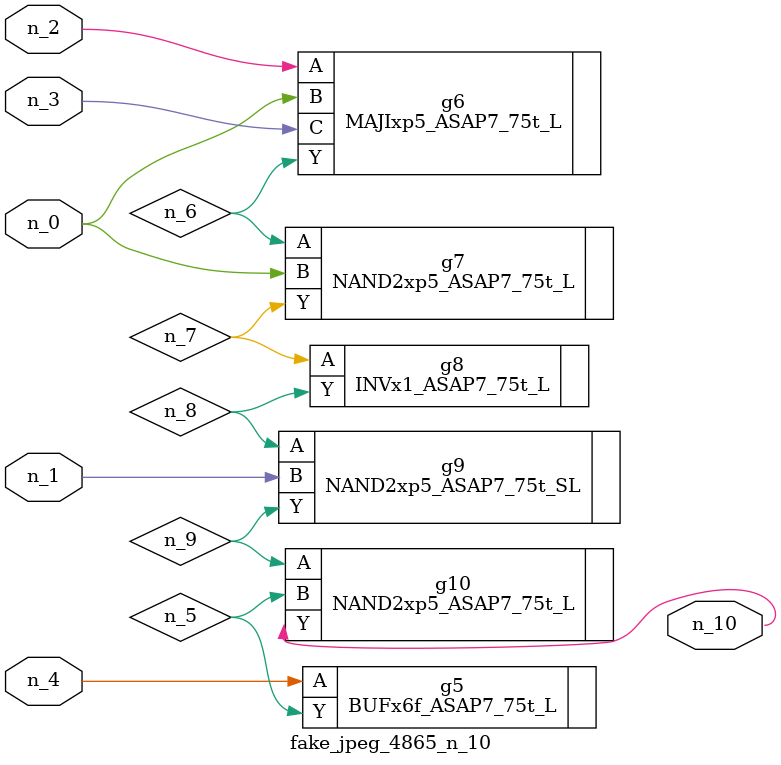
<source format=v>
module fake_jpeg_4865_n_10 (n_3, n_2, n_1, n_0, n_4, n_10);

input n_3;
input n_2;
input n_1;
input n_0;
input n_4;

output n_10;

wire n_8;
wire n_9;
wire n_6;
wire n_5;
wire n_7;

BUFx6f_ASAP7_75t_L g5 ( 
.A(n_4),
.Y(n_5)
);

MAJIxp5_ASAP7_75t_L g6 ( 
.A(n_2),
.B(n_0),
.C(n_3),
.Y(n_6)
);

NAND2xp5_ASAP7_75t_L g7 ( 
.A(n_6),
.B(n_0),
.Y(n_7)
);

INVx1_ASAP7_75t_L g8 ( 
.A(n_7),
.Y(n_8)
);

NAND2xp5_ASAP7_75t_SL g9 ( 
.A(n_8),
.B(n_1),
.Y(n_9)
);

NAND2xp5_ASAP7_75t_L g10 ( 
.A(n_9),
.B(n_5),
.Y(n_10)
);


endmodule
</source>
